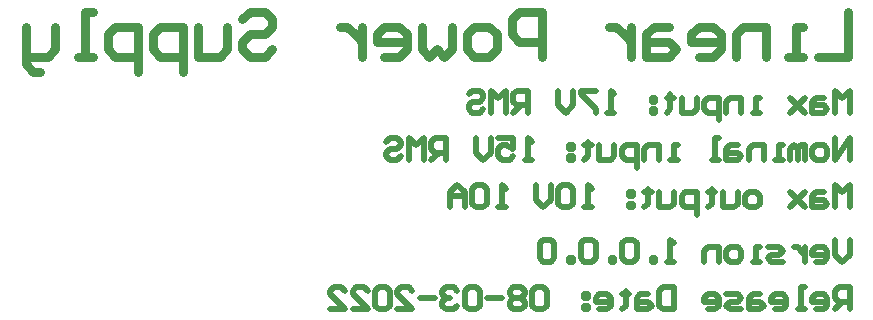
<source format=gbo>
G04*
G04 #@! TF.GenerationSoftware,Altium Limited,Altium Designer,22.0.2 (36)*
G04*
G04 Layer_Color=32896*
%FSLAX44Y44*%
%MOMM*%
G71*
G04*
G04 #@! TF.SameCoordinates,5839D2CD-8417-4FFE-AC2F-3A0E45452BBB*
G04*
G04*
G04 #@! TF.FilePolarity,Positive*
G04*
G01*
G75*
%ADD12C,0.5000*%
%ADD17C,0.8000*%
D12*
X1460000Y363994D02*
Y351331D01*
X1453669Y345000D01*
X1447337Y351331D01*
Y363994D01*
X1431509Y345000D02*
X1437841D01*
X1441006Y348166D01*
Y354497D01*
X1437841Y357663D01*
X1431509D01*
X1428344Y354497D01*
Y351331D01*
X1441006D01*
X1422012Y357663D02*
Y345000D01*
Y351331D01*
X1418847Y354497D01*
X1415681Y357663D01*
X1412515D01*
X1403018Y345000D02*
X1393522D01*
X1390356Y348166D01*
X1393522Y351331D01*
X1399853D01*
X1403018Y354497D01*
X1399853Y357663D01*
X1390356D01*
X1384025Y345000D02*
X1377693D01*
X1380859D01*
Y357663D01*
X1384025D01*
X1365031Y345000D02*
X1358699D01*
X1355534Y348166D01*
Y354497D01*
X1358699Y357663D01*
X1365031D01*
X1368197Y354497D01*
Y348166D01*
X1365031Y345000D01*
X1349203D02*
Y357663D01*
X1339706D01*
X1336540Y354497D01*
Y345000D01*
X1311215D02*
X1304884D01*
X1308049D01*
Y363994D01*
X1311215Y360828D01*
X1295387Y345000D02*
Y348166D01*
X1292221D01*
Y345000D01*
X1295387D01*
X1279558Y360828D02*
X1276393Y363994D01*
X1270062D01*
X1266896Y360828D01*
Y348166D01*
X1270062Y345000D01*
X1276393D01*
X1279558Y348166D01*
Y360828D01*
X1260565Y345000D02*
Y348166D01*
X1257399D01*
Y345000D01*
X1260565D01*
X1244736Y360828D02*
X1241571Y363994D01*
X1235239D01*
X1232074Y360828D01*
Y348166D01*
X1235239Y345000D01*
X1241571D01*
X1244736Y348166D01*
Y360828D01*
X1225743Y345000D02*
Y348166D01*
X1222577D01*
Y345000D01*
X1225743D01*
X1209914Y360828D02*
X1206749Y363994D01*
X1200417D01*
X1197252Y360828D01*
Y348166D01*
X1200417Y345000D01*
X1206749D01*
X1209914Y348166D01*
Y360828D01*
X1460000Y471331D02*
Y490325D01*
X1453669Y483994D01*
X1447337Y490325D01*
Y471331D01*
X1437841Y483994D02*
X1431509D01*
X1428344Y480828D01*
Y471331D01*
X1437841D01*
X1441006Y474497D01*
X1437841Y477663D01*
X1428344D01*
X1422012Y483994D02*
X1409350Y471331D01*
X1415681Y477663D01*
X1409350Y483994D01*
X1422012Y471331D01*
X1384025D02*
X1377693D01*
X1380859D01*
Y483994D01*
X1384025D01*
X1368197Y471331D02*
Y483994D01*
X1358699D01*
X1355534Y480828D01*
Y471331D01*
X1349203Y465000D02*
Y483994D01*
X1339706D01*
X1336540Y480828D01*
Y474497D01*
X1339706Y471331D01*
X1349203D01*
X1330209Y483994D02*
Y474497D01*
X1327043Y471331D01*
X1317546D01*
Y483994D01*
X1308049Y487160D02*
Y483994D01*
X1311215D01*
X1304884D01*
X1308049D01*
Y474497D01*
X1304884Y471331D01*
X1295387Y483994D02*
X1292221D01*
Y480828D01*
X1295387D01*
Y483994D01*
Y474497D02*
X1292221D01*
Y471331D01*
X1295387D01*
Y474497D01*
X1260565Y471331D02*
X1254233D01*
X1257399D01*
Y490325D01*
X1260565Y487160D01*
X1244736Y490325D02*
X1232074D01*
Y487160D01*
X1244736Y474497D01*
Y471331D01*
X1225743Y490325D02*
Y477663D01*
X1219411Y471331D01*
X1213080Y477663D01*
Y490325D01*
X1187755Y471331D02*
Y490325D01*
X1178258D01*
X1175092Y487160D01*
Y480828D01*
X1178258Y477663D01*
X1187755D01*
X1181424D02*
X1175092Y471331D01*
X1168761D02*
Y490325D01*
X1162430Y483994D01*
X1156098Y490325D01*
Y471331D01*
X1137105Y487160D02*
X1140270Y490325D01*
X1146602D01*
X1149767Y487160D01*
Y483994D01*
X1146602Y480828D01*
X1140270D01*
X1137105Y477663D01*
Y474497D01*
X1140270Y471331D01*
X1146602D01*
X1149767Y474497D01*
X1460000Y431331D02*
Y450325D01*
X1447337Y431331D01*
Y450325D01*
X1437841Y431331D02*
X1431509D01*
X1428344Y434497D01*
Y440828D01*
X1431509Y443994D01*
X1437841D01*
X1441006Y440828D01*
Y434497D01*
X1437841Y431331D01*
X1422012D02*
Y443994D01*
X1418847D01*
X1415681Y440828D01*
Y431331D01*
Y440828D01*
X1412515Y443994D01*
X1409350Y440828D01*
Y431331D01*
X1403018D02*
X1396687D01*
X1399853D01*
Y443994D01*
X1403018D01*
X1387190Y431331D02*
Y443994D01*
X1377693D01*
X1374528Y440828D01*
Y431331D01*
X1365031Y443994D02*
X1358699D01*
X1355534Y440828D01*
Y431331D01*
X1365031D01*
X1368197Y434497D01*
X1365031Y437663D01*
X1355534D01*
X1349203Y431331D02*
X1342871D01*
X1346037D01*
Y450325D01*
X1349203D01*
X1314381Y431331D02*
X1308049D01*
X1311215D01*
Y443994D01*
X1314381D01*
X1298552Y431331D02*
Y443994D01*
X1289055D01*
X1285890Y440828D01*
Y431331D01*
X1279558Y425000D02*
Y443994D01*
X1270062D01*
X1266896Y440828D01*
Y434497D01*
X1270062Y431331D01*
X1279558D01*
X1260565Y443994D02*
Y434497D01*
X1257399Y431331D01*
X1247902D01*
Y443994D01*
X1238405Y447160D02*
Y443994D01*
X1241571D01*
X1235239D01*
X1238405D01*
Y434497D01*
X1235239Y431331D01*
X1225743Y443994D02*
X1222577D01*
Y440828D01*
X1225743D01*
Y443994D01*
Y434497D02*
X1222577D01*
Y431331D01*
X1225743D01*
Y434497D01*
X1190921Y431331D02*
X1184589D01*
X1187755D01*
Y450325D01*
X1190921Y447160D01*
X1162430Y450325D02*
X1175092D01*
Y440828D01*
X1168761Y443994D01*
X1165595D01*
X1162430Y440828D01*
Y434497D01*
X1165595Y431331D01*
X1171927D01*
X1175092Y434497D01*
X1156098Y450325D02*
Y437663D01*
X1149767Y431331D01*
X1143436Y437663D01*
Y450325D01*
X1118111Y431331D02*
Y450325D01*
X1108614D01*
X1105448Y447160D01*
Y440828D01*
X1108614Y437663D01*
X1118111D01*
X1111779D02*
X1105448Y431331D01*
X1099117D02*
Y450325D01*
X1092786Y443994D01*
X1086454Y450325D01*
Y431331D01*
X1067461Y447160D02*
X1070626Y450325D01*
X1076957D01*
X1080123Y447160D01*
Y443994D01*
X1076957Y440828D01*
X1070626D01*
X1067461Y437663D01*
Y434497D01*
X1070626Y431331D01*
X1076957D01*
X1080123Y434497D01*
X1460000Y391331D02*
Y410325D01*
X1453669Y403994D01*
X1447337Y410325D01*
Y391331D01*
X1437841Y403994D02*
X1431509D01*
X1428344Y400828D01*
Y391331D01*
X1437841D01*
X1441006Y394497D01*
X1437841Y397663D01*
X1428344D01*
X1422012Y403994D02*
X1409350Y391331D01*
X1415681Y397663D01*
X1409350Y403994D01*
X1422012Y391331D01*
X1380859D02*
X1374528D01*
X1371362Y394497D01*
Y400828D01*
X1374528Y403994D01*
X1380859D01*
X1384025Y400828D01*
Y394497D01*
X1380859Y391331D01*
X1365031Y403994D02*
Y394497D01*
X1361865Y391331D01*
X1352368D01*
Y403994D01*
X1342871Y407160D02*
Y403994D01*
X1346037D01*
X1339706D01*
X1342871D01*
Y394497D01*
X1339706Y391331D01*
X1330209Y385000D02*
Y403994D01*
X1320712D01*
X1317546Y400828D01*
Y394497D01*
X1320712Y391331D01*
X1330209D01*
X1311215Y403994D02*
Y394497D01*
X1308049Y391331D01*
X1298552D01*
Y403994D01*
X1289055Y407160D02*
Y403994D01*
X1292221D01*
X1285890D01*
X1289055D01*
Y394497D01*
X1285890Y391331D01*
X1276393Y403994D02*
X1273227D01*
Y400828D01*
X1276393D01*
Y403994D01*
Y394497D02*
X1273227D01*
Y391331D01*
X1276393D01*
Y394497D01*
X1241571Y391331D02*
X1235239D01*
X1238405D01*
Y410325D01*
X1241571Y407160D01*
X1225743D02*
X1222577Y410325D01*
X1216246D01*
X1213080Y407160D01*
Y394497D01*
X1216246Y391331D01*
X1222577D01*
X1225743Y394497D01*
Y407160D01*
X1206749Y410325D02*
Y397663D01*
X1200417Y391331D01*
X1194086Y397663D01*
Y410325D01*
X1168761Y391331D02*
X1162430D01*
X1165595D01*
Y410325D01*
X1168761Y407160D01*
X1152933D02*
X1149767Y410325D01*
X1143436D01*
X1140270Y407160D01*
Y394497D01*
X1143436Y391331D01*
X1149767D01*
X1152933Y394497D01*
Y407160D01*
X1133939Y391331D02*
Y403994D01*
X1127608Y410325D01*
X1121276Y403994D01*
Y391331D01*
Y400828D01*
X1133939D01*
X1460000Y305000D02*
Y323994D01*
X1450503D01*
X1447337Y320828D01*
Y314497D01*
X1450503Y311331D01*
X1460000D01*
X1453669D02*
X1447337Y305000D01*
X1431509D02*
X1437841D01*
X1441006Y308166D01*
Y314497D01*
X1437841Y317663D01*
X1431509D01*
X1428344Y314497D01*
Y311331D01*
X1441006D01*
X1422012Y305000D02*
X1415681D01*
X1418847D01*
Y323994D01*
X1422012D01*
X1396687Y305000D02*
X1403018D01*
X1406184Y308166D01*
Y314497D01*
X1403018Y317663D01*
X1396687D01*
X1393522Y314497D01*
Y311331D01*
X1406184D01*
X1384025Y317663D02*
X1377693D01*
X1374528Y314497D01*
Y305000D01*
X1384025D01*
X1387190Y308166D01*
X1384025Y311331D01*
X1374528D01*
X1368197Y305000D02*
X1358699D01*
X1355534Y308166D01*
X1358699Y311331D01*
X1365031D01*
X1368197Y314497D01*
X1365031Y317663D01*
X1355534D01*
X1339706Y305000D02*
X1346037D01*
X1349203Y308166D01*
Y314497D01*
X1346037Y317663D01*
X1339706D01*
X1336540Y314497D01*
Y311331D01*
X1349203D01*
X1311215Y323994D02*
Y305000D01*
X1301718D01*
X1298552Y308166D01*
Y320828D01*
X1301718Y323994D01*
X1311215D01*
X1289055Y317663D02*
X1282724D01*
X1279558Y314497D01*
Y305000D01*
X1289055D01*
X1292221Y308166D01*
X1289055Y311331D01*
X1279558D01*
X1270062Y320828D02*
Y317663D01*
X1273227D01*
X1266896D01*
X1270062D01*
Y308166D01*
X1266896Y305000D01*
X1247902D02*
X1254233D01*
X1257399Y308166D01*
Y314497D01*
X1254233Y317663D01*
X1247902D01*
X1244736Y314497D01*
Y311331D01*
X1257399D01*
X1238405Y317663D02*
X1235239D01*
Y314497D01*
X1238405D01*
Y317663D01*
Y308166D02*
X1235239D01*
Y305000D01*
X1238405D01*
Y308166D01*
X1203583Y320828D02*
X1200417Y323994D01*
X1194086D01*
X1190921Y320828D01*
Y308166D01*
X1194086Y305000D01*
X1200417D01*
X1203583Y308166D01*
Y320828D01*
X1184589D02*
X1181424Y323994D01*
X1175092D01*
X1171927Y320828D01*
Y317663D01*
X1175092Y314497D01*
X1171927Y311331D01*
Y308166D01*
X1175092Y305000D01*
X1181424D01*
X1184589Y308166D01*
Y311331D01*
X1181424Y314497D01*
X1184589Y317663D01*
Y320828D01*
X1181424Y314497D02*
X1175092D01*
X1165595D02*
X1152933D01*
X1146602Y320828D02*
X1143436Y323994D01*
X1137105D01*
X1133939Y320828D01*
Y308166D01*
X1137105Y305000D01*
X1143436D01*
X1146602Y308166D01*
Y320828D01*
X1127608D02*
X1124442Y323994D01*
X1118111D01*
X1114945Y320828D01*
Y317663D01*
X1118111Y314497D01*
X1121276D01*
X1118111D01*
X1114945Y311331D01*
Y308166D01*
X1118111Y305000D01*
X1124442D01*
X1127608Y308166D01*
X1108614Y314497D02*
X1095951D01*
X1076957Y305000D02*
X1089620D01*
X1076957Y317663D01*
Y320828D01*
X1080123Y323994D01*
X1086454D01*
X1089620Y320828D01*
X1070626D02*
X1067461Y323994D01*
X1061129D01*
X1057964Y320828D01*
Y308166D01*
X1061129Y305000D01*
X1067461D01*
X1070626Y308166D01*
Y320828D01*
X1038970Y305000D02*
X1051632D01*
X1038970Y317663D01*
Y320828D01*
X1042135Y323994D01*
X1048467D01*
X1051632Y320828D01*
X1019976Y305000D02*
X1032639D01*
X1019976Y317663D01*
Y320828D01*
X1023142Y323994D01*
X1029473D01*
X1032639Y320828D01*
D17*
X1458500Y556900D02*
Y518913D01*
X1433175D01*
X1420512D02*
X1407850D01*
X1414181D01*
Y544238D01*
X1420512D01*
X1388856Y518913D02*
Y544238D01*
X1369862D01*
X1363531Y537906D01*
Y518913D01*
X1331874D02*
X1344537D01*
X1350868Y525244D01*
Y537906D01*
X1344537Y544238D01*
X1331874D01*
X1325543Y537906D01*
Y531575D01*
X1350868D01*
X1306549Y544238D02*
X1293887D01*
X1287555Y537906D01*
Y518913D01*
X1306549D01*
X1312881Y525244D01*
X1306549Y531575D01*
X1287555D01*
X1274893Y544238D02*
Y518913D01*
Y531575D01*
X1268561Y537906D01*
X1262230Y544238D01*
X1255899D01*
X1198917Y518913D02*
Y556900D01*
X1179923D01*
X1173592Y550569D01*
Y537906D01*
X1179923Y531575D01*
X1198917D01*
X1154598Y518913D02*
X1141936D01*
X1135604Y525244D01*
Y537906D01*
X1141936Y544238D01*
X1154598D01*
X1160930Y537906D01*
Y525244D01*
X1154598Y518913D01*
X1122942Y544238D02*
Y525244D01*
X1116611Y518913D01*
X1110279Y525244D01*
X1103948Y518913D01*
X1097617Y525244D01*
Y544238D01*
X1065960Y518913D02*
X1078623D01*
X1084954Y525244D01*
Y537906D01*
X1078623Y544238D01*
X1065960D01*
X1059629Y537906D01*
Y531575D01*
X1084954D01*
X1046966Y544238D02*
Y518913D01*
Y531575D01*
X1040635Y537906D01*
X1034304Y544238D01*
X1027973D01*
X945666Y550569D02*
X951997Y556900D01*
X964660D01*
X970991Y550569D01*
Y544238D01*
X964660Y537906D01*
X951997D01*
X945666Y531575D01*
Y525244D01*
X951997Y518913D01*
X964660D01*
X970991Y525244D01*
X933003Y544238D02*
Y525244D01*
X926672Y518913D01*
X907678D01*
Y544238D01*
X895016Y506250D02*
Y544238D01*
X876022D01*
X869690Y537906D01*
Y525244D01*
X876022Y518913D01*
X895016D01*
X857028Y506250D02*
Y544238D01*
X838034D01*
X831703Y537906D01*
Y525244D01*
X838034Y518913D01*
X857028D01*
X819040D02*
X806378D01*
X812709D01*
Y556900D01*
X819040D01*
X787384Y544238D02*
Y525244D01*
X781053Y518913D01*
X762059D01*
Y512581D01*
X768390Y506250D01*
X774721D01*
X762059Y518913D02*
Y544238D01*
M02*

</source>
